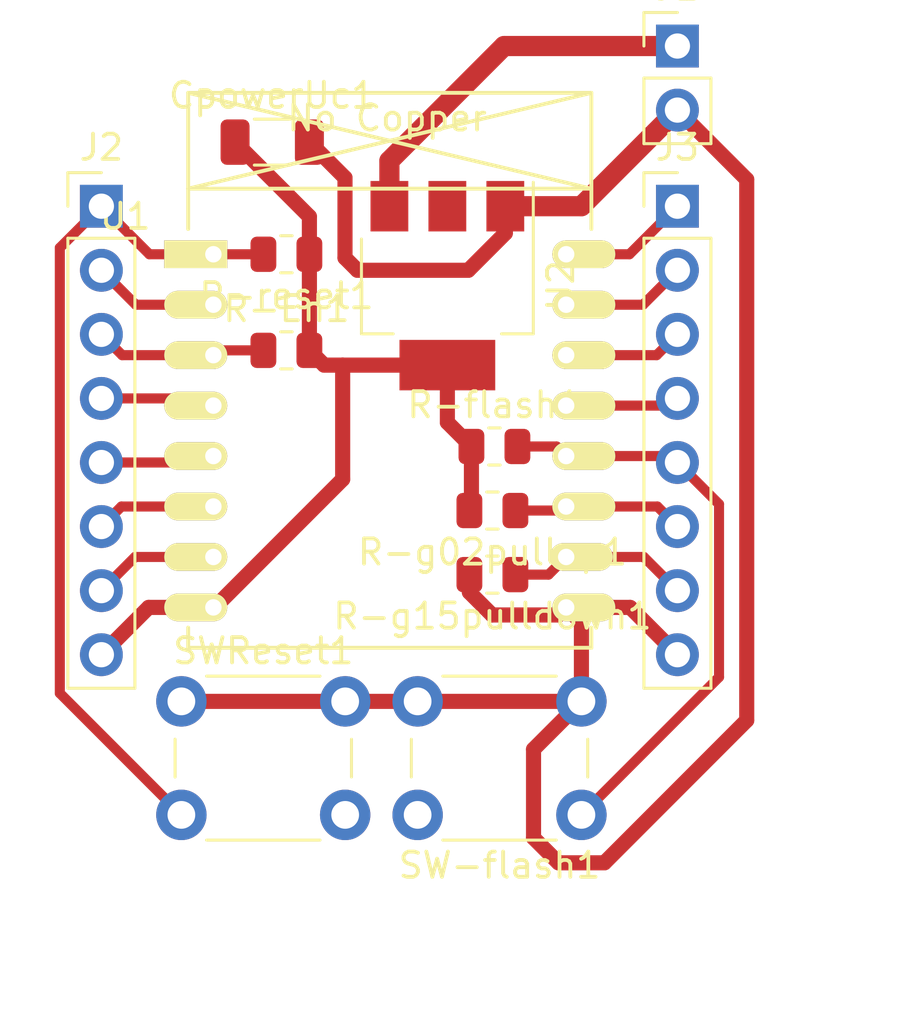
<source format=kicad_pcb>
(kicad_pcb (version 20171130) (host pcbnew 5.1.8-db9833491~88~ubuntu20.10.1)

  (general
    (thickness 1.6)
    (drawings 0)
    (tracks 86)
    (zones 0)
    (modules 13)
    (nets 18)
  )

  (page A4)
  (layers
    (0 F.Cu signal)
    (31 B.Cu signal)
    (32 B.Adhes user hide)
    (33 F.Adhes user hide)
    (34 B.Paste user hide)
    (35 F.Paste user hide)
    (36 B.SilkS user hide)
    (37 F.SilkS user hide)
    (38 B.Mask user hide)
    (39 F.Mask user hide)
    (40 Dwgs.User user hide)
    (41 Cmts.User user hide)
    (42 Eco1.User user hide)
    (43 Eco2.User user hide)
    (44 Edge.Cuts user hide)
    (45 Margin user hide)
    (46 B.CrtYd user hide)
    (47 F.CrtYd user)
    (48 B.Fab user hide)
    (49 F.Fab user)
  )

  (setup
    (last_trace_width 0.5)
    (user_trace_width 0.4)
    (user_trace_width 0.5)
    (user_trace_width 0.6)
    (user_trace_width 0.8)
    (trace_clearance 0.6)
    (zone_clearance 0.508)
    (zone_45_only no)
    (trace_min 0.2)
    (via_size 2)
    (via_drill 1)
    (via_min_size 0.4)
    (via_min_drill 0.3)
    (user_via 1 0.4)
    (user_via 2 1)
    (uvia_size 0.3)
    (uvia_drill 0.1)
    (uvias_allowed no)
    (uvia_min_size 0.2)
    (uvia_min_drill 0.1)
    (edge_width 0.05)
    (segment_width 0.2)
    (pcb_text_width 0.3)
    (pcb_text_size 1.5 1.5)
    (mod_edge_width 0.12)
    (mod_text_size 1 1)
    (mod_text_width 0.15)
    (pad_size 1.524 1.524)
    (pad_drill 0.762)
    (pad_to_mask_clearance 0)
    (aux_axis_origin 0 0)
    (visible_elements FFFBFF7F)
    (pcbplotparams
      (layerselection 0x010fc_ffffffff)
      (usegerberextensions false)
      (usegerberattributes true)
      (usegerberadvancedattributes true)
      (creategerberjobfile true)
      (excludeedgelayer true)
      (linewidth 0.100000)
      (plotframeref false)
      (viasonmask false)
      (mode 1)
      (useauxorigin false)
      (hpglpennumber 1)
      (hpglpenspeed 20)
      (hpglpendiameter 15.000000)
      (psnegative false)
      (psa4output false)
      (plotreference true)
      (plotvalue true)
      (plotinvisibletext false)
      (padsonsilk false)
      (subtractmaskfromsilk false)
      (outputformat 1)
      (mirror false)
      (drillshape 1)
      (scaleselection 1)
      (outputdirectory ""))
  )

  (net 0 "")
  (net 1 GND)
  (net 2 v3.3)
  (net 3 "Net-(J1-Pad1)")
  (net 4 "Net-(J2-Pad7)")
  (net 5 "Net-(J2-Pad6)")
  (net 6 "Net-(J2-Pad5)")
  (net 7 "Net-(J2-Pad4)")
  (net 8 "Net-(J2-Pad3)")
  (net 9 "Net-(J2-Pad2)")
  (net 10 "Net-(J2-Pad1)")
  (net 11 "Net-(J3-Pad7)")
  (net 12 "Net-(J3-Pad6)")
  (net 13 "Net-(J3-Pad5)")
  (net 14 "Net-(J3-Pad4)")
  (net 15 "Net-(J3-Pad3)")
  (net 16 "Net-(J3-Pad2)")
  (net 17 "Net-(J3-Pad1)")

  (net_class Default "This is the default net class."
    (clearance 0.6)
    (trace_width 0.5)
    (via_dia 2)
    (via_drill 1)
    (uvia_dia 0.3)
    (uvia_drill 0.1)
  )

  (net_class pcbmurahprecise ""
    (clearance 0.5)
    (trace_width 0.4)
    (via_dia 2)
    (via_drill 1)
    (uvia_dia 0.3)
    (uvia_drill 0.1)
    (add_net "Net-(J1-Pad1)")
    (add_net "Net-(J2-Pad1)")
    (add_net "Net-(J2-Pad2)")
    (add_net "Net-(J2-Pad3)")
    (add_net "Net-(J2-Pad4)")
    (add_net "Net-(J2-Pad5)")
    (add_net "Net-(J2-Pad6)")
    (add_net "Net-(J2-Pad7)")
    (add_net "Net-(J3-Pad1)")
    (add_net "Net-(J3-Pad2)")
    (add_net "Net-(J3-Pad3)")
    (add_net "Net-(J3-Pad4)")
    (add_net "Net-(J3-Pad5)")
    (add_net "Net-(J3-Pad6)")
    (add_net "Net-(J3-Pad7)")
  )

  (net_class power ""
    (clearance 0.6)
    (trace_width 0.6)
    (via_dia 2)
    (via_drill 1)
    (uvia_dia 0.3)
    (uvia_drill 0.1)
    (add_net GND)
    (add_net v3.3)
  )

  (module ESP8266:ESP-07v2 (layer F.Cu) (tedit 59068204) (tstamp 5FD969C7)
    (at 146.05 135.89)
    (descr "Module, ESP-8266, ESP-07v2, 16 pad, SMD")
    (tags "Module ESP-8266 ESP8266")
    (path /5FD9929C)
    (fp_text reference U1 (at -3.5 -1.5) (layer F.SilkS)
      (effects (font (size 1 1) (thickness 0.15)))
    )
    (fp_text value ESP-07v2 (at 1.27 -7.62) (layer F.Fab)
      (effects (font (size 1 1) (thickness 0.15)))
    )
    (fp_line (start -1 -6.4) (end 15 -6.4) (layer F.Fab) (width 0.05))
    (fp_line (start -1.008 15.6) (end -1.008 -6.4) (layer F.Fab) (width 0.05))
    (fp_line (start 15 15.6) (end -1 15.6) (layer F.Fab) (width 0.05))
    (fp_line (start 15 -6.4) (end 15 15.6) (layer F.Fab) (width 0.05))
    (fp_line (start -1.008 -2.6) (end 14.992 -2.6) (layer F.SilkS) (width 0.1524))
    (fp_line (start -1 -6.4) (end 15 -2.6) (layer F.SilkS) (width 0.1524))
    (fp_line (start 15 -6.4) (end -1 -2.6) (layer F.SilkS) (width 0.1524))
    (fp_line (start 15 15.6) (end 15 14.8) (layer F.SilkS) (width 0.1524))
    (fp_line (start -1 15.6) (end 15 15.6) (layer F.SilkS) (width 0.1524))
    (fp_line (start -1 14.8) (end -1 15.6) (layer F.SilkS) (width 0.1524))
    (fp_line (start -1 -6.4) (end -1 -1) (layer F.SilkS) (width 0.1524))
    (fp_line (start 15 -6.4) (end 15 -1) (layer F.SilkS) (width 0.1524))
    (fp_line (start -1 -6.4) (end 15 -6.4) (layer F.SilkS) (width 0.1524))
    (fp_line (start -2.25 16) (end -2.25 -0.5) (layer F.CrtYd) (width 0.05))
    (fp_line (start 16.25 16) (end -2.25 16) (layer F.CrtYd) (width 0.05))
    (fp_line (start 16.25 -6.65) (end 16.25 16) (layer F.CrtYd) (width 0.05))
    (fp_line (start -2.25 -6.65) (end 16.25 -6.65) (layer F.CrtYd) (width 0.05))
    (fp_line (start -2.25 -0.5) (end -2.25 -6.65) (layer F.CrtYd) (width 0.05))
    (fp_text user "No Copper" (at 6.892 -5.4) (layer F.SilkS)
      (effects (font (size 1 1) (thickness 0.15)))
    )
    (pad 16 thru_hole oval (at 14 0) (size 2.5 1.1) (drill 0.65 (offset 0.7 0)) (layers *.Cu *.Mask F.Paste F.SilkS)
      (net 17 "Net-(J3-Pad1)"))
    (pad 15 thru_hole oval (at 14 2) (size 2.5 1.1) (drill 0.65 (offset 0.7 0)) (layers *.Cu *.Mask F.Paste F.SilkS)
      (net 16 "Net-(J3-Pad2)"))
    (pad 14 thru_hole oval (at 14 4) (size 2.5 1.1) (drill 0.65 (offset 0.7 0)) (layers *.Cu *.Mask F.Paste F.SilkS)
      (net 15 "Net-(J3-Pad3)"))
    (pad 13 thru_hole oval (at 14 6) (size 2.5 1.1) (drill 0.65 (offset 0.7 0)) (layers *.Cu *.Mask F.Paste F.SilkS)
      (net 14 "Net-(J3-Pad4)"))
    (pad 12 thru_hole oval (at 14 8) (size 2.5 1.1) (drill 0.65 (offset 0.7 0)) (layers *.Cu *.Mask F.Paste F.SilkS)
      (net 13 "Net-(J3-Pad5)"))
    (pad 11 thru_hole oval (at 14 10) (size 2.5 1.1) (drill 0.65 (offset 0.7 0)) (layers *.Cu *.Mask F.Paste F.SilkS)
      (net 12 "Net-(J3-Pad6)"))
    (pad 10 thru_hole oval (at 14 12) (size 2.5 1.1) (drill 0.65 (offset 0.6 0)) (layers *.Cu *.Mask F.Paste F.SilkS)
      (net 11 "Net-(J3-Pad7)"))
    (pad 9 thru_hole oval (at 14 14) (size 2.5 1.1) (drill 0.65 (offset 0.7 0)) (layers *.Cu *.Mask F.Paste F.SilkS)
      (net 1 GND))
    (pad 8 thru_hole oval (at 0 14) (size 2.5 1.1) (drill 0.65 (offset -0.7 0)) (layers *.Cu *.Mask F.Paste F.SilkS)
      (net 2 v3.3))
    (pad 7 thru_hole oval (at 0 12) (size 2.5 1.1) (drill 0.65 (offset -0.7 0)) (layers *.Cu *.Mask F.Paste F.SilkS)
      (net 4 "Net-(J2-Pad7)"))
    (pad 6 thru_hole oval (at 0 10) (size 2.5 1.1) (drill 0.65 (offset -0.7 0)) (layers *.Cu *.Mask F.Paste F.SilkS)
      (net 5 "Net-(J2-Pad6)"))
    (pad 5 thru_hole oval (at 0 8) (size 2.5 1.1) (drill 0.65 (offset -0.7 0)) (layers *.Cu *.Mask F.Paste F.SilkS)
      (net 6 "Net-(J2-Pad5)"))
    (pad 4 thru_hole oval (at 0 6) (size 2.5 1.1) (drill 0.65 (offset -0.7 0)) (layers *.Cu *.Mask F.Paste F.SilkS)
      (net 7 "Net-(J2-Pad4)"))
    (pad 3 thru_hole oval (at 0 4) (size 2.5 1.1) (drill 0.65 (offset -0.7 0)) (layers *.Cu *.Mask F.Paste F.SilkS)
      (net 8 "Net-(J2-Pad3)"))
    (pad 2 thru_hole oval (at 0 2) (size 2.5 1.1) (drill 0.65 (offset -0.7 0)) (layers *.Cu *.Mask F.Paste F.SilkS)
      (net 9 "Net-(J2-Pad2)"))
    (pad 1 thru_hole rect (at 0 0) (size 2.5 1.1) (drill 0.65 (offset -0.7 0)) (layers *.Cu *.Mask F.Paste F.SilkS)
      (net 10 "Net-(J2-Pad1)"))
    (model ${ESPLIB}/ESP8266.3dshapes/ESP-07v2.wrl
      (at (xyz 0 0 0))
      (scale (xyz 0.3937 0.3937 0.3937))
      (rotate (xyz 0 0 0))
    )
  )

  (module Connector_PinHeader_2.54mm:PinHeader_1x08_P2.54mm_Vertical (layer F.Cu) (tedit 59FED5CC) (tstamp 5FD7F2FB)
    (at 141.605 133.985)
    (descr "Through hole straight pin header, 1x08, 2.54mm pitch, single row")
    (tags "Through hole pin header THT 1x08 2.54mm single row")
    (path /5FD86174)
    (fp_text reference J2 (at 0 -2.33) (layer F.SilkS)
      (effects (font (size 1 1) (thickness 0.15)))
    )
    (fp_text value " " (at -3.175 15.875 90) (layer F.Fab)
      (effects (font (size 1 1) (thickness 0.15)))
    )
    (fp_line (start 1.8 -1.8) (end -1.8 -1.8) (layer F.CrtYd) (width 0.05))
    (fp_line (start 1.8 19.55) (end 1.8 -1.8) (layer F.CrtYd) (width 0.05))
    (fp_line (start -1.8 19.55) (end 1.8 19.55) (layer F.CrtYd) (width 0.05))
    (fp_line (start -1.8 -1.8) (end -1.8 19.55) (layer F.CrtYd) (width 0.05))
    (fp_line (start -1.33 -1.33) (end 0 -1.33) (layer F.SilkS) (width 0.12))
    (fp_line (start -1.33 0) (end -1.33 -1.33) (layer F.SilkS) (width 0.12))
    (fp_line (start -1.33 1.27) (end 1.33 1.27) (layer F.SilkS) (width 0.12))
    (fp_line (start 1.33 1.27) (end 1.33 19.11) (layer F.SilkS) (width 0.12))
    (fp_line (start -1.33 1.27) (end -1.33 19.11) (layer F.SilkS) (width 0.12))
    (fp_line (start -1.33 19.11) (end 1.33 19.11) (layer F.SilkS) (width 0.12))
    (fp_line (start -1.27 -0.635) (end -0.635 -1.27) (layer F.Fab) (width 0.1))
    (fp_line (start -1.27 19.05) (end -1.27 -0.635) (layer F.Fab) (width 0.1))
    (fp_line (start 1.27 19.05) (end -1.27 19.05) (layer F.Fab) (width 0.1))
    (fp_line (start 1.27 -1.27) (end 1.27 19.05) (layer F.Fab) (width 0.1))
    (fp_line (start -0.635 -1.27) (end 1.27 -1.27) (layer F.Fab) (width 0.1))
    (fp_text user %R (at 0 8.89 90) (layer F.Fab)
      (effects (font (size 1 1) (thickness 0.15)))
    )
    (pad 8 thru_hole oval (at 0 17.78) (size 1.7 1.7) (drill 1) (layers *.Cu *.Mask)
      (net 2 v3.3))
    (pad 7 thru_hole oval (at 0 15.24) (size 1.7 1.7) (drill 1) (layers *.Cu *.Mask)
      (net 4 "Net-(J2-Pad7)"))
    (pad 6 thru_hole oval (at 0 12.7) (size 1.7 1.7) (drill 1) (layers *.Cu *.Mask)
      (net 5 "Net-(J2-Pad6)"))
    (pad 5 thru_hole oval (at 0 10.16) (size 1.7 1.7) (drill 1) (layers *.Cu *.Mask)
      (net 6 "Net-(J2-Pad5)"))
    (pad 4 thru_hole oval (at 0 7.62) (size 1.7 1.7) (drill 1) (layers *.Cu *.Mask)
      (net 7 "Net-(J2-Pad4)"))
    (pad 3 thru_hole oval (at 0 5.08) (size 1.7 1.7) (drill 1) (layers *.Cu *.Mask)
      (net 8 "Net-(J2-Pad3)"))
    (pad 2 thru_hole oval (at 0 2.54) (size 1.7 1.7) (drill 1) (layers *.Cu *.Mask)
      (net 9 "Net-(J2-Pad2)"))
    (pad 1 thru_hole rect (at 0 0) (size 1.7 1.7) (drill 1) (layers *.Cu *.Mask)
      (net 10 "Net-(J2-Pad1)"))
    (model ${KISYS3DMOD}/Connector_PinHeader_2.54mm.3dshapes/PinHeader_1x08_P2.54mm_Vertical.wrl
      (at (xyz 0 0 0))
      (scale (xyz 1 1 1))
      (rotate (xyz 0 0 0))
    )
  )

  (module Button_Switch_THT:SW_PUSH_6mm (layer F.Cu) (tedit 5A02FE31) (tstamp 5FD7BB88)
    (at 144.78 153.615)
    (descr https://www.omron.com/ecb/products/pdf/en-b3f.pdf)
    (tags "tact sw push 6mm")
    (path /5FD7C06A)
    (fp_text reference SWReset1 (at 3.25 -2) (layer F.SilkS)
      (effects (font (size 1 1) (thickness 0.15)))
    )
    (fp_text value SWReset (at 1.905 9.58 -90) (layer F.Fab)
      (effects (font (size 1 1) (thickness 0.15)))
    )
    (fp_circle (center 3.25 2.25) (end 1.25 2.5) (layer F.Fab) (width 0.1))
    (fp_line (start 6.75 3) (end 6.75 1.5) (layer F.SilkS) (width 0.12))
    (fp_line (start 5.5 -1) (end 1 -1) (layer F.SilkS) (width 0.12))
    (fp_line (start -0.25 1.5) (end -0.25 3) (layer F.SilkS) (width 0.12))
    (fp_line (start 1 5.5) (end 5.5 5.5) (layer F.SilkS) (width 0.12))
    (fp_line (start 8 -1.25) (end 8 5.75) (layer F.CrtYd) (width 0.05))
    (fp_line (start 7.75 6) (end -1.25 6) (layer F.CrtYd) (width 0.05))
    (fp_line (start -1.5 5.75) (end -1.5 -1.25) (layer F.CrtYd) (width 0.05))
    (fp_line (start -1.25 -1.5) (end 7.75 -1.5) (layer F.CrtYd) (width 0.05))
    (fp_line (start -1.5 6) (end -1.25 6) (layer F.CrtYd) (width 0.05))
    (fp_line (start -1.5 5.75) (end -1.5 6) (layer F.CrtYd) (width 0.05))
    (fp_line (start -1.5 -1.5) (end -1.25 -1.5) (layer F.CrtYd) (width 0.05))
    (fp_line (start -1.5 -1.25) (end -1.5 -1.5) (layer F.CrtYd) (width 0.05))
    (fp_line (start 8 -1.5) (end 8 -1.25) (layer F.CrtYd) (width 0.05))
    (fp_line (start 7.75 -1.5) (end 8 -1.5) (layer F.CrtYd) (width 0.05))
    (fp_line (start 8 6) (end 8 5.75) (layer F.CrtYd) (width 0.05))
    (fp_line (start 7.75 6) (end 8 6) (layer F.CrtYd) (width 0.05))
    (fp_line (start 0.25 -0.75) (end 3.25 -0.75) (layer F.Fab) (width 0.1))
    (fp_line (start 0.25 5.25) (end 0.25 -0.75) (layer F.Fab) (width 0.1))
    (fp_line (start 6.25 5.25) (end 0.25 5.25) (layer F.Fab) (width 0.1))
    (fp_line (start 6.25 -0.75) (end 6.25 5.25) (layer F.Fab) (width 0.1))
    (fp_line (start 3.25 -0.75) (end 6.25 -0.75) (layer F.Fab) (width 0.1))
    (fp_text user %R (at 3.25 2.25) (layer F.Fab)
      (effects (font (size 1 1) (thickness 0.15)))
    )
    (pad 1 thru_hole circle (at 6.5 0 90) (size 2 2) (drill 1.1) (layers *.Cu *.Mask)
      (net 1 GND))
    (pad 2 thru_hole circle (at 6.5 4.5 90) (size 2 2) (drill 1.1) (layers *.Cu *.Mask)
      (net 10 "Net-(J2-Pad1)"))
    (pad 1 thru_hole circle (at 0 0 90) (size 2 2) (drill 1.1) (layers *.Cu *.Mask)
      (net 1 GND))
    (pad 2 thru_hole circle (at 0 4.5 90) (size 2 2) (drill 1.1) (layers *.Cu *.Mask)
      (net 10 "Net-(J2-Pad1)"))
    (model ${KISYS3DMOD}/Button_Switch_THT.3dshapes/SW_PUSH_6mm.wrl
      (at (xyz 0 0 0))
      (scale (xyz 1 1 1))
      (rotate (xyz 0 0 0))
    )
  )

  (module Button_Switch_THT:SW_PUSH_6mm (layer F.Cu) (tedit 5A02FE31) (tstamp 5FD7CA0E)
    (at 160.655 158.115 180)
    (descr https://www.omron.com/ecb/products/pdf/en-b3f.pdf)
    (tags "tact sw push 6mm")
    (path /5FD81357)
    (fp_text reference SW-flash1 (at 3.25 -2) (layer F.SilkS)
      (effects (font (size 1 1) (thickness 0.15)))
    )
    (fp_text value SWflash (at -1.905 -4.445 270) (layer F.Fab)
      (effects (font (size 1 1) (thickness 0.15)))
    )
    (fp_circle (center 3.25 2.25) (end 1.25 2.5) (layer F.Fab) (width 0.1))
    (fp_line (start 6.75 3) (end 6.75 1.5) (layer F.SilkS) (width 0.12))
    (fp_line (start 5.5 -1) (end 1 -1) (layer F.SilkS) (width 0.12))
    (fp_line (start -0.25 1.5) (end -0.25 3) (layer F.SilkS) (width 0.12))
    (fp_line (start 1 5.5) (end 5.5 5.5) (layer F.SilkS) (width 0.12))
    (fp_line (start 8 -1.25) (end 8 5.75) (layer F.CrtYd) (width 0.05))
    (fp_line (start 7.75 6) (end -1.25 6) (layer F.CrtYd) (width 0.05))
    (fp_line (start -1.5 5.75) (end -1.5 -1.25) (layer F.CrtYd) (width 0.05))
    (fp_line (start -1.25 -1.5) (end 7.75 -1.5) (layer F.CrtYd) (width 0.05))
    (fp_line (start -1.5 6) (end -1.25 6) (layer F.CrtYd) (width 0.05))
    (fp_line (start -1.5 5.75) (end -1.5 6) (layer F.CrtYd) (width 0.05))
    (fp_line (start -1.5 -1.5) (end -1.25 -1.5) (layer F.CrtYd) (width 0.05))
    (fp_line (start -1.5 -1.25) (end -1.5 -1.5) (layer F.CrtYd) (width 0.05))
    (fp_line (start 8 -1.5) (end 8 -1.25) (layer F.CrtYd) (width 0.05))
    (fp_line (start 7.75 -1.5) (end 8 -1.5) (layer F.CrtYd) (width 0.05))
    (fp_line (start 8 6) (end 8 5.75) (layer F.CrtYd) (width 0.05))
    (fp_line (start 7.75 6) (end 8 6) (layer F.CrtYd) (width 0.05))
    (fp_line (start 0.25 -0.75) (end 3.25 -0.75) (layer F.Fab) (width 0.1))
    (fp_line (start 0.25 5.25) (end 0.25 -0.75) (layer F.Fab) (width 0.1))
    (fp_line (start 6.25 5.25) (end 0.25 5.25) (layer F.Fab) (width 0.1))
    (fp_line (start 6.25 -0.75) (end 6.25 5.25) (layer F.Fab) (width 0.1))
    (fp_line (start 3.25 -0.75) (end 6.25 -0.75) (layer F.Fab) (width 0.1))
    (fp_text user %R (at 3.25 2.25) (layer F.Fab)
      (effects (font (size 1 1) (thickness 0.15)))
    )
    (pad 1 thru_hole circle (at 6.5 0 270) (size 2 2) (drill 1.1) (layers *.Cu *.Mask)
      (net 13 "Net-(J3-Pad5)"))
    (pad 2 thru_hole circle (at 6.5 4.5 270) (size 2 2) (drill 1.1) (layers *.Cu *.Mask)
      (net 1 GND))
    (pad 1 thru_hole circle (at 0 0 270) (size 2 2) (drill 1.1) (layers *.Cu *.Mask)
      (net 13 "Net-(J3-Pad5)"))
    (pad 2 thru_hole circle (at 0 4.5 270) (size 2 2) (drill 1.1) (layers *.Cu *.Mask)
      (net 1 GND))
    (model ${KISYS3DMOD}/Button_Switch_THT.3dshapes/SW_PUSH_6mm.wrl
      (at (xyz 0 0 0))
      (scale (xyz 1 1 1))
      (rotate (xyz 0 0 0))
    )
  )

  (module Connector_PinHeader_2.54mm:PinHeader_1x08_P2.54mm_Vertical (layer F.Cu) (tedit 59FED5CC) (tstamp 5FD7F317)
    (at 164.465 133.985)
    (descr "Through hole straight pin header, 1x08, 2.54mm pitch, single row")
    (tags "Through hole pin header THT 1x08 2.54mm single row")
    (path /5FD86EB6)
    (fp_text reference J3 (at 0 -2.33) (layer F.SilkS)
      (effects (font (size 1 1) (thickness 0.15)))
    )
    (fp_text value " " (at 8.255 20.32) (layer F.Fab)
      (effects (font (size 1 1) (thickness 0.15)))
    )
    (fp_line (start 1.8 -1.8) (end -1.8 -1.8) (layer F.CrtYd) (width 0.05))
    (fp_line (start 1.8 19.55) (end 1.8 -1.8) (layer F.CrtYd) (width 0.05))
    (fp_line (start -1.8 19.55) (end 1.8 19.55) (layer F.CrtYd) (width 0.05))
    (fp_line (start -1.8 -1.8) (end -1.8 19.55) (layer F.CrtYd) (width 0.05))
    (fp_line (start -1.33 -1.33) (end 0 -1.33) (layer F.SilkS) (width 0.12))
    (fp_line (start -1.33 0) (end -1.33 -1.33) (layer F.SilkS) (width 0.12))
    (fp_line (start -1.33 1.27) (end 1.33 1.27) (layer F.SilkS) (width 0.12))
    (fp_line (start 1.33 1.27) (end 1.33 19.11) (layer F.SilkS) (width 0.12))
    (fp_line (start -1.33 1.27) (end -1.33 19.11) (layer F.SilkS) (width 0.12))
    (fp_line (start -1.33 19.11) (end 1.33 19.11) (layer F.SilkS) (width 0.12))
    (fp_line (start -1.27 -0.635) (end -0.635 -1.27) (layer F.Fab) (width 0.1))
    (fp_line (start -1.27 19.05) (end -1.27 -0.635) (layer F.Fab) (width 0.1))
    (fp_line (start 1.27 19.05) (end -1.27 19.05) (layer F.Fab) (width 0.1))
    (fp_line (start 1.27 -1.27) (end 1.27 19.05) (layer F.Fab) (width 0.1))
    (fp_line (start -0.635 -1.27) (end 1.27 -1.27) (layer F.Fab) (width 0.1))
    (fp_text user %R (at 0 8.89 90) (layer F.Fab)
      (effects (font (size 1 1) (thickness 0.15)))
    )
    (pad 8 thru_hole oval (at 0 17.78) (size 1.7 1.7) (drill 1) (layers *.Cu *.Mask)
      (net 1 GND))
    (pad 7 thru_hole oval (at 0 15.24) (size 1.7 1.7) (drill 1) (layers *.Cu *.Mask)
      (net 11 "Net-(J3-Pad7)"))
    (pad 6 thru_hole oval (at 0 12.7) (size 1.7 1.7) (drill 1) (layers *.Cu *.Mask)
      (net 12 "Net-(J3-Pad6)"))
    (pad 5 thru_hole oval (at 0 10.16) (size 1.7 1.7) (drill 1) (layers *.Cu *.Mask)
      (net 13 "Net-(J3-Pad5)"))
    (pad 4 thru_hole oval (at 0 7.62) (size 1.7 1.7) (drill 1) (layers *.Cu *.Mask)
      (net 14 "Net-(J3-Pad4)"))
    (pad 3 thru_hole oval (at 0 5.08) (size 1.7 1.7) (drill 1) (layers *.Cu *.Mask)
      (net 15 "Net-(J3-Pad3)"))
    (pad 2 thru_hole oval (at 0 2.54) (size 1.7 1.7) (drill 1) (layers *.Cu *.Mask)
      (net 16 "Net-(J3-Pad2)"))
    (pad 1 thru_hole rect (at 0 0) (size 1.7 1.7) (drill 1) (layers *.Cu *.Mask)
      (net 17 "Net-(J3-Pad1)"))
    (model ${KISYS3DMOD}/Connector_PinHeader_2.54mm.3dshapes/PinHeader_1x08_P2.54mm_Vertical.wrl
      (at (xyz 0 0 0))
      (scale (xyz 1 1 1))
      (rotate (xyz 0 0 0))
    )
  )

  (module Connector_PinHeader_2.54mm:PinHeader_1x02_P2.54mm_Vertical (layer F.Cu) (tedit 59FED5CC) (tstamp 5FD863F6)
    (at 164.465 127.635)
    (descr "Through hole straight pin header, 1x02, 2.54mm pitch, single row")
    (tags "Through hole pin header THT 1x02 2.54mm single row")
    (path /5FD7F310)
    (fp_text reference J1 (at 0 -2.33) (layer F.SilkS)
      (effects (font (size 1 1) (thickness 0.15)))
    )
    (fp_text value Conn_01x02_Female (at 2.54 6.35) (layer F.Fab) hide
      (effects (font (size 1 1) (thickness 0.15)))
    )
    (fp_line (start 1.8 -1.8) (end -1.8 -1.8) (layer F.CrtYd) (width 0.05))
    (fp_line (start 1.8 4.35) (end 1.8 -1.8) (layer F.CrtYd) (width 0.05))
    (fp_line (start -1.8 4.35) (end 1.8 4.35) (layer F.CrtYd) (width 0.05))
    (fp_line (start -1.8 -1.8) (end -1.8 4.35) (layer F.CrtYd) (width 0.05))
    (fp_line (start -1.33 -1.33) (end 0 -1.33) (layer F.SilkS) (width 0.12))
    (fp_line (start -1.33 0) (end -1.33 -1.33) (layer F.SilkS) (width 0.12))
    (fp_line (start -1.33 1.27) (end 1.33 1.27) (layer F.SilkS) (width 0.12))
    (fp_line (start 1.33 1.27) (end 1.33 3.87) (layer F.SilkS) (width 0.12))
    (fp_line (start -1.33 1.27) (end -1.33 3.87) (layer F.SilkS) (width 0.12))
    (fp_line (start -1.33 3.87) (end 1.33 3.87) (layer F.SilkS) (width 0.12))
    (fp_line (start -1.27 -0.635) (end -0.635 -1.27) (layer F.Fab) (width 0.1))
    (fp_line (start -1.27 3.81) (end -1.27 -0.635) (layer F.Fab) (width 0.1))
    (fp_line (start 1.27 3.81) (end -1.27 3.81) (layer F.Fab) (width 0.1))
    (fp_line (start 1.27 -1.27) (end 1.27 3.81) (layer F.Fab) (width 0.1))
    (fp_line (start -0.635 -1.27) (end 1.27 -1.27) (layer F.Fab) (width 0.1))
    (fp_text user %R (at 0 1.27 -270) (layer F.Fab)
      (effects (font (size 1 1) (thickness 0.15)))
    )
    (pad 2 thru_hole oval (at 0 2.54) (size 1.7 1.7) (drill 1) (layers *.Cu *.Mask)
      (net 1 GND))
    (pad 1 thru_hole rect (at 0 0) (size 1.7 1.7) (drill 1) (layers *.Cu *.Mask)
      (net 3 "Net-(J1-Pad1)"))
    (model ${KISYS3DMOD}/Connector_PinHeader_2.54mm.3dshapes/PinHeader_1x02_P2.54mm_Vertical.wrl
      (at (xyz 0 0 0))
      (scale (xyz 1 1 1))
      (rotate (xyz 0 0 0))
    )
  )

  (module Package_TO_SOT_SMD:SOT-223-3_TabPin2 (layer F.Cu) (tedit 5A02FF57) (tstamp 5FD7BC04)
    (at 155.335 137.135 270)
    (descr "module CMS SOT223 4 pins")
    (tags "CMS SOT")
    (path /5FD6F152)
    (attr smd)
    (fp_text reference U2 (at 0 -4.5 90) (layer F.SilkS)
      (effects (font (size 1 1) (thickness 0.15)))
    )
    (fp_text value AMS1117-3.3 (at -8.865 -2.78 180) (layer F.Fab)
      (effects (font (size 1 1) (thickness 0.15)))
    )
    (fp_line (start 1.91 3.41) (end 1.91 2.15) (layer F.SilkS) (width 0.12))
    (fp_line (start 1.91 -3.41) (end 1.91 -2.15) (layer F.SilkS) (width 0.12))
    (fp_line (start 4.4 -3.6) (end -4.4 -3.6) (layer F.CrtYd) (width 0.05))
    (fp_line (start 4.4 3.6) (end 4.4 -3.6) (layer F.CrtYd) (width 0.05))
    (fp_line (start -4.4 3.6) (end 4.4 3.6) (layer F.CrtYd) (width 0.05))
    (fp_line (start -4.4 -3.6) (end -4.4 3.6) (layer F.CrtYd) (width 0.05))
    (fp_line (start -1.85 -2.35) (end -0.85 -3.35) (layer F.Fab) (width 0.1))
    (fp_line (start -1.85 -2.35) (end -1.85 3.35) (layer F.Fab) (width 0.1))
    (fp_line (start -1.85 3.41) (end 1.91 3.41) (layer F.SilkS) (width 0.12))
    (fp_line (start -0.85 -3.35) (end 1.85 -3.35) (layer F.Fab) (width 0.1))
    (fp_line (start -4.1 -3.41) (end 1.91 -3.41) (layer F.SilkS) (width 0.12))
    (fp_line (start -1.85 3.35) (end 1.85 3.35) (layer F.Fab) (width 0.1))
    (fp_line (start 1.85 -3.35) (end 1.85 3.35) (layer F.Fab) (width 0.1))
    (fp_text user %R (at 0 0) (layer F.Fab)
      (effects (font (size 0.8 0.8) (thickness 0.12)))
    )
    (pad 1 smd rect (at -3.15 -2.3 270) (size 2 1.5) (layers F.Cu F.Paste F.Mask)
      (net 1 GND))
    (pad 3 smd rect (at -3.15 2.3 270) (size 2 1.5) (layers F.Cu F.Paste F.Mask)
      (net 3 "Net-(J1-Pad1)"))
    (pad 2 smd rect (at -3.15 0 270) (size 2 1.5) (layers F.Cu F.Paste F.Mask)
      (net 2 v3.3))
    (pad 2 smd rect (at 3.15 0 270) (size 2 3.8) (layers F.Cu F.Paste F.Mask)
      (net 2 v3.3))
    (model ${KISYS3DMOD}/Package_TO_SOT_SMD.3dshapes/SOT-223.wrl
      (at (xyz 0 0 0))
      (scale (xyz 1 1 1))
      (rotate (xyz 0 0 0))
    )
  )

  (module Resistor_SMD:R_0805_2012Metric (layer F.Cu) (tedit 5F68FEEE) (tstamp 5FD7BB70)
    (at 148.9475 135.89 180)
    (descr "Resistor SMD 0805 (2012 Metric), square (rectangular) end terminal, IPC_7351 nominal, (Body size source: IPC-SM-782 page 72, https://www.pcb-3d.com/wordpress/wp-content/uploads/ipc-sm-782a_amendment_1_and_2.pdf), generated with kicad-footprint-generator")
    (tags resistor)
    (path /5FD723C5)
    (attr smd)
    (fp_text reference R-reset1 (at 0 -1.65) (layer F.SilkS)
      (effects (font (size 1 1) (thickness 0.15)))
    )
    (fp_text value R10k (at 0 1.65) (layer F.Fab)
      (effects (font (size 1 1) (thickness 0.15)))
    )
    (fp_line (start -1 0.625) (end -1 -0.625) (layer F.Fab) (width 0.1))
    (fp_line (start -1 -0.625) (end 1 -0.625) (layer F.Fab) (width 0.1))
    (fp_line (start 1 -0.625) (end 1 0.625) (layer F.Fab) (width 0.1))
    (fp_line (start 1 0.625) (end -1 0.625) (layer F.Fab) (width 0.1))
    (fp_line (start -0.227064 -0.735) (end 0.227064 -0.735) (layer F.SilkS) (width 0.12))
    (fp_line (start -0.227064 0.735) (end 0.227064 0.735) (layer F.SilkS) (width 0.12))
    (fp_line (start -1.68 0.95) (end -1.68 -0.95) (layer F.CrtYd) (width 0.05))
    (fp_line (start -1.68 -0.95) (end 1.68 -0.95) (layer F.CrtYd) (width 0.05))
    (fp_line (start 1.68 -0.95) (end 1.68 0.95) (layer F.CrtYd) (width 0.05))
    (fp_line (start 1.68 0.95) (end -1.68 0.95) (layer F.CrtYd) (width 0.05))
    (fp_text user %R (at 0 0) (layer F.Fab)
      (effects (font (size 0.5 0.5) (thickness 0.08)))
    )
    (pad 2 smd roundrect (at 0.9125 0 180) (size 1.025 1.4) (layers F.Cu F.Paste F.Mask) (roundrect_rratio 0.243902)
      (net 10 "Net-(J2-Pad1)"))
    (pad 1 smd roundrect (at -0.9125 0 180) (size 1.025 1.4) (layers F.Cu F.Paste F.Mask) (roundrect_rratio 0.243902)
      (net 2 v3.3))
    (model ${KISYS3DMOD}/Resistor_SMD.3dshapes/R_0805_2012Metric.wrl
      (at (xyz 0 0 0))
      (scale (xyz 1 1 1))
      (rotate (xyz 0 0 0))
    )
  )

  (module Resistor_SMD:R_0805_2012Metric (layer F.Cu) (tedit 5F68FEEE) (tstamp 5FD7BB5F)
    (at 157.1225 148.59 180)
    (descr "Resistor SMD 0805 (2012 Metric), square (rectangular) end terminal, IPC_7351 nominal, (Body size source: IPC-SM-782 page 72, https://www.pcb-3d.com/wordpress/wp-content/uploads/ipc-sm-782a_amendment_1_and_2.pdf), generated with kicad-footprint-generator")
    (tags resistor)
    (path /5FD90900)
    (attr smd)
    (fp_text reference R-g15pulldown1 (at 0 -1.65) (layer F.SilkS)
      (effects (font (size 1 1) (thickness 0.15)))
    )
    (fp_text value 10k (at -0.3575 0) (layer F.Fab)
      (effects (font (size 1 1) (thickness 0.15)))
    )
    (fp_line (start -1 0.625) (end -1 -0.625) (layer F.Fab) (width 0.1))
    (fp_line (start -1 -0.625) (end 1 -0.625) (layer F.Fab) (width 0.1))
    (fp_line (start 1 -0.625) (end 1 0.625) (layer F.Fab) (width 0.1))
    (fp_line (start 1 0.625) (end -1 0.625) (layer F.Fab) (width 0.1))
    (fp_line (start -0.227064 -0.735) (end 0.227064 -0.735) (layer F.SilkS) (width 0.12))
    (fp_line (start -0.227064 0.735) (end 0.227064 0.735) (layer F.SilkS) (width 0.12))
    (fp_line (start -1.68 0.95) (end -1.68 -0.95) (layer F.CrtYd) (width 0.05))
    (fp_line (start -1.68 -0.95) (end 1.68 -0.95) (layer F.CrtYd) (width 0.05))
    (fp_line (start 1.68 -0.95) (end 1.68 0.95) (layer F.CrtYd) (width 0.05))
    (fp_line (start 1.68 0.95) (end -1.68 0.95) (layer F.CrtYd) (width 0.05))
    (fp_text user %R (at 8.255 0) (layer F.Fab)
      (effects (font (size 0.5 0.5) (thickness 0.08)))
    )
    (pad 2 smd roundrect (at 0.9125 0 180) (size 1.025 1.4) (layers F.Cu F.Paste F.Mask) (roundrect_rratio 0.243902)
      (net 1 GND))
    (pad 1 smd roundrect (at -0.9125 0 180) (size 1.025 1.4) (layers F.Cu F.Paste F.Mask) (roundrect_rratio 0.243902)
      (net 11 "Net-(J3-Pad7)"))
    (model ${KISYS3DMOD}/Resistor_SMD.3dshapes/R_0805_2012Metric.wrl
      (at (xyz 0 0 0))
      (scale (xyz 1 1 1))
      (rotate (xyz 0 0 0))
    )
  )

  (module Resistor_SMD:R_0805_2012Metric (layer F.Cu) (tedit 5F68FEEE) (tstamp 5FD7BB4E)
    (at 157.1225 146.05 180)
    (descr "Resistor SMD 0805 (2012 Metric), square (rectangular) end terminal, IPC_7351 nominal, (Body size source: IPC-SM-782 page 72, https://www.pcb-3d.com/wordpress/wp-content/uploads/ipc-sm-782a_amendment_1_and_2.pdf), generated with kicad-footprint-generator")
    (tags resistor)
    (path /5FD91411)
    (attr smd)
    (fp_text reference R-g02pullup1 (at 0 -1.65) (layer F.SilkS)
      (effects (font (size 1 1) (thickness 0.15)))
    )
    (fp_text value 10k (at 3.175 0) (layer F.Fab)
      (effects (font (size 1 1) (thickness 0.15)))
    )
    (fp_line (start -1 0.625) (end -1 -0.625) (layer F.Fab) (width 0.1))
    (fp_line (start -1 -0.625) (end 1 -0.625) (layer F.Fab) (width 0.1))
    (fp_line (start 1 -0.625) (end 1 0.625) (layer F.Fab) (width 0.1))
    (fp_line (start 1 0.625) (end -1 0.625) (layer F.Fab) (width 0.1))
    (fp_line (start -0.227064 -0.735) (end 0.227064 -0.735) (layer F.SilkS) (width 0.12))
    (fp_line (start -0.227064 0.735) (end 0.227064 0.735) (layer F.SilkS) (width 0.12))
    (fp_line (start -1.68 0.95) (end -1.68 -0.95) (layer F.CrtYd) (width 0.05))
    (fp_line (start -1.68 -0.95) (end 1.68 -0.95) (layer F.CrtYd) (width 0.05))
    (fp_line (start 1.68 -0.95) (end 1.68 0.95) (layer F.CrtYd) (width 0.05))
    (fp_line (start 1.68 0.95) (end -1.68 0.95) (layer F.CrtYd) (width 0.05))
    (fp_text user %R (at 7.62 0) (layer F.Fab)
      (effects (font (size 0.5 0.5) (thickness 0.08)))
    )
    (pad 2 smd roundrect (at 0.9125 0 180) (size 1.025 1.4) (layers F.Cu F.Paste F.Mask) (roundrect_rratio 0.243902)
      (net 2 v3.3))
    (pad 1 smd roundrect (at -0.9125 0 180) (size 1.025 1.4) (layers F.Cu F.Paste F.Mask) (roundrect_rratio 0.243902)
      (net 12 "Net-(J3-Pad6)"))
    (model ${KISYS3DMOD}/Resistor_SMD.3dshapes/R_0805_2012Metric.wrl
      (at (xyz 0 0 0))
      (scale (xyz 1 1 1))
      (rotate (xyz 0 0 0))
    )
  )

  (module Resistor_SMD:R_0805_2012Metric (layer F.Cu) (tedit 5F68FEEE) (tstamp 5FD89C05)
    (at 157.2025 143.51)
    (descr "Resistor SMD 0805 (2012 Metric), square (rectangular) end terminal, IPC_7351 nominal, (Body size source: IPC-SM-782 page 72, https://www.pcb-3d.com/wordpress/wp-content/uploads/ipc-sm-782a_amendment_1_and_2.pdf), generated with kicad-footprint-generator")
    (tags resistor)
    (path /5FD81DCE)
    (attr smd)
    (fp_text reference R-flash1 (at 0 -1.65) (layer F.SilkS)
      (effects (font (size 1 1) (thickness 0.15)))
    )
    (fp_text value R10k (at -3.81 0) (layer F.Fab)
      (effects (font (size 1 1) (thickness 0.15)))
    )
    (fp_line (start -1 0.625) (end -1 -0.625) (layer F.Fab) (width 0.1))
    (fp_line (start -1 -0.625) (end 1 -0.625) (layer F.Fab) (width 0.1))
    (fp_line (start 1 -0.625) (end 1 0.625) (layer F.Fab) (width 0.1))
    (fp_line (start 1 0.625) (end -1 0.625) (layer F.Fab) (width 0.1))
    (fp_line (start -0.227064 -0.735) (end 0.227064 -0.735) (layer F.SilkS) (width 0.12))
    (fp_line (start -0.227064 0.735) (end 0.227064 0.735) (layer F.SilkS) (width 0.12))
    (fp_line (start -1.68 0.95) (end -1.68 -0.95) (layer F.CrtYd) (width 0.05))
    (fp_line (start -1.68 -0.95) (end 1.68 -0.95) (layer F.CrtYd) (width 0.05))
    (fp_line (start 1.68 -0.95) (end 1.68 0.95) (layer F.CrtYd) (width 0.05))
    (fp_line (start 1.68 0.95) (end -1.68 0.95) (layer F.CrtYd) (width 0.05))
    (fp_text user %R (at -6.985 0) (layer F.Fab)
      (effects (font (size 0.5 0.5) (thickness 0.08)))
    )
    (pad 2 smd roundrect (at 0.9125 0) (size 1.025 1.4) (layers F.Cu F.Paste F.Mask) (roundrect_rratio 0.243902)
      (net 13 "Net-(J3-Pad5)"))
    (pad 1 smd roundrect (at -0.9125 0) (size 1.025 1.4) (layers F.Cu F.Paste F.Mask) (roundrect_rratio 0.243902)
      (net 2 v3.3))
    (model ${KISYS3DMOD}/Resistor_SMD.3dshapes/R_0805_2012Metric.wrl
      (at (xyz 0 0 0))
      (scale (xyz 1 1 1))
      (rotate (xyz 0 0 0))
    )
  )

  (module Resistor_SMD:R_0805_2012Metric (layer F.Cu) (tedit 5F68FEEE) (tstamp 5FD8E398)
    (at 148.9475 139.7)
    (descr "Resistor SMD 0805 (2012 Metric), square (rectangular) end terminal, IPC_7351 nominal, (Body size source: IPC-SM-782 page 72, https://www.pcb-3d.com/wordpress/wp-content/uploads/ipc-sm-782a_amendment_1_and_2.pdf), generated with kicad-footprint-generator")
    (tags resistor)
    (path /5FD71202)
    (attr smd)
    (fp_text reference R-En1 (at 0 -1.65) (layer F.SilkS)
      (effects (font (size 1 1) (thickness 0.15)))
    )
    (fp_text value R10k (at 0 1.65) (layer F.Fab)
      (effects (font (size 1 1) (thickness 0.15)))
    )
    (fp_line (start -1 0.625) (end -1 -0.625) (layer F.Fab) (width 0.1))
    (fp_line (start -1 -0.625) (end 1 -0.625) (layer F.Fab) (width 0.1))
    (fp_line (start 1 -0.625) (end 1 0.625) (layer F.Fab) (width 0.1))
    (fp_line (start 1 0.625) (end -1 0.625) (layer F.Fab) (width 0.1))
    (fp_line (start -0.227064 -0.735) (end 0.227064 -0.735) (layer F.SilkS) (width 0.12))
    (fp_line (start -0.227064 0.735) (end 0.227064 0.735) (layer F.SilkS) (width 0.12))
    (fp_line (start -1.68 0.95) (end -1.68 -0.95) (layer F.CrtYd) (width 0.05))
    (fp_line (start -1.68 -0.95) (end 1.68 -0.95) (layer F.CrtYd) (width 0.05))
    (fp_line (start 1.68 -0.95) (end 1.68 0.95) (layer F.CrtYd) (width 0.05))
    (fp_line (start 1.68 0.95) (end -1.68 0.95) (layer F.CrtYd) (width 0.05))
    (fp_text user %R (at 0 0) (layer F.Fab)
      (effects (font (size 0.5 0.5) (thickness 0.08)))
    )
    (pad 2 smd roundrect (at 0.9125 0) (size 1.025 1.4) (layers F.Cu F.Paste F.Mask) (roundrect_rratio 0.243902)
      (net 2 v3.3))
    (pad 1 smd roundrect (at -0.9125 0) (size 1.025 1.4) (layers F.Cu F.Paste F.Mask) (roundrect_rratio 0.243902)
      (net 8 "Net-(J2-Pad3)"))
    (model ${KISYS3DMOD}/Resistor_SMD.3dshapes/R_0805_2012Metric.wrl
      (at (xyz 0 0 0))
      (scale (xyz 1 1 1))
      (rotate (xyz 0 0 0))
    )
  )

  (module Capacitor_SMD:C_1206_3216Metric (layer F.Cu) (tedit 5F68FEEE) (tstamp 5FD9835B)
    (at 148.385 131.445)
    (descr "Capacitor SMD 1206 (3216 Metric), square (rectangular) end terminal, IPC_7351 nominal, (Body size source: IPC-SM-782 page 76, https://www.pcb-3d.com/wordpress/wp-content/uploads/ipc-sm-782a_amendment_1_and_2.pdf), generated with kicad-footprint-generator")
    (tags capacitor)
    (path /5FD7FBE4)
    (attr smd)
    (fp_text reference CpowerUc1 (at 0 -1.85) (layer F.SilkS)
      (effects (font (size 1 1) (thickness 0.15)))
    )
    (fp_text value 100nF (at 0 1.85) (layer F.Fab)
      (effects (font (size 1 1) (thickness 0.15)))
    )
    (fp_line (start -1.6 0.8) (end -1.6 -0.8) (layer F.Fab) (width 0.1))
    (fp_line (start -1.6 -0.8) (end 1.6 -0.8) (layer F.Fab) (width 0.1))
    (fp_line (start 1.6 -0.8) (end 1.6 0.8) (layer F.Fab) (width 0.1))
    (fp_line (start 1.6 0.8) (end -1.6 0.8) (layer F.Fab) (width 0.1))
    (fp_line (start -0.711252 -0.91) (end 0.711252 -0.91) (layer F.SilkS) (width 0.12))
    (fp_line (start -0.711252 0.91) (end 0.711252 0.91) (layer F.SilkS) (width 0.12))
    (fp_line (start -2.3 1.15) (end -2.3 -1.15) (layer F.CrtYd) (width 0.05))
    (fp_line (start -2.3 -1.15) (end 2.3 -1.15) (layer F.CrtYd) (width 0.05))
    (fp_line (start 2.3 -1.15) (end 2.3 1.15) (layer F.CrtYd) (width 0.05))
    (fp_line (start 2.3 1.15) (end -2.3 1.15) (layer F.CrtYd) (width 0.05))
    (fp_text user %R (at 0 0) (layer F.Fab)
      (effects (font (size 0.8 0.8) (thickness 0.12)))
    )
    (pad 2 smd roundrect (at 1.475 0) (size 1.15 1.8) (layers F.Cu F.Paste F.Mask) (roundrect_rratio 0.217391)
      (net 1 GND))
    (pad 1 smd roundrect (at -1.475 0) (size 1.15 1.8) (layers F.Cu F.Paste F.Mask) (roundrect_rratio 0.217391)
      (net 2 v3.3))
    (model ${KISYS3DMOD}/Capacitor_SMD.3dshapes/C_1206_3216Metric.wrl
      (at (xyz 0 0 0))
      (scale (xyz 1 1 1))
      (rotate (xyz 0 0 0))
    )
  )

  (segment (start 162.59 149.89) (end 164.465 151.765) (width 0.6) (layer F.Cu) (net 1))
  (segment (start 160.05 149.89) (end 162.59 149.89) (width 0.6) (layer F.Cu) (net 1))
  (segment (start 160.655 133.985) (end 164.465 130.175) (width 0.8) (layer F.Cu) (net 1))
  (segment (start 157.635 133.985) (end 160.655 133.985) (width 0.8) (layer F.Cu) (net 1))
  (segment (start 157.635 135.055002) (end 156.165002 136.525) (width 0.6) (layer F.Cu) (net 1))
  (segment (start 157.635 133.985) (end 157.635 135.055002) (width 0.6) (layer F.Cu) (net 1))
  (segment (start 151.27251 132.85751) (end 149.86 131.445) (width 0.6) (layer F.Cu) (net 1))
  (segment (start 151.27251 136.03251) (end 151.27251 132.85751) (width 0.6) (layer F.Cu) (net 1))
  (segment (start 151.765 136.525) (end 151.27251 136.03251) (width 0.6) (layer F.Cu) (net 1))
  (segment (start 156.165002 136.525) (end 151.765 136.525) (width 0.6) (layer F.Cu) (net 1))
  (segment (start 159.74999 150.19001) (end 160.05 149.89) (width 0.6) (layer F.Cu) (net 1))
  (segment (start 157.11001 150.19001) (end 159.74999 150.19001) (width 0.6) (layer F.Cu) (net 1))
  (segment (start 156.21 149.29) (end 157.11001 150.19001) (width 0.6) (layer F.Cu) (net 1))
  (segment (start 156.21 148.59) (end 156.21 149.29) (width 0.6) (layer F.Cu) (net 1))
  (segment (start 167.215011 132.925011) (end 164.465 130.175) (width 0.6) (layer F.Cu) (net 1))
  (segment (start 167.215011 154.366991) (end 167.215011 132.925011) (width 0.6) (layer F.Cu) (net 1))
  (segment (start 161.567001 160.015001) (end 167.215011 154.366991) (width 0.6) (layer F.Cu) (net 1))
  (segment (start 159.742999 160.015001) (end 161.567001 160.015001) (width 0.6) (layer F.Cu) (net 1))
  (segment (start 158.754999 159.027001) (end 159.742999 160.015001) (width 0.6) (layer F.Cu) (net 1))
  (segment (start 158.754999 155.515001) (end 158.754999 159.027001) (width 0.6) (layer F.Cu) (net 1))
  (segment (start 160.655 153.615) (end 158.754999 155.515001) (width 0.6) (layer F.Cu) (net 1))
  (segment (start 160.655 150.495) (end 160.05 149.89) (width 0.6) (layer F.Cu) (net 1))
  (segment (start 160.655 153.615) (end 160.655 150.495) (width 0.6) (layer F.Cu) (net 1))
  (segment (start 160.655 153.615) (end 144.78 153.615) (width 0.6) (layer F.Cu) (net 1))
  (segment (start 143.48 149.89) (end 141.605 151.765) (width 0.6) (layer F.Cu) (net 2))
  (segment (start 146.05 149.89) (end 143.48 149.89) (width 0.6) (layer F.Cu) (net 2))
  (segment (start 156.29 145.97) (end 156.21 146.05) (width 0.6) (layer F.Cu) (net 2))
  (segment (start 156.29 143.51) (end 156.29 145.97) (width 0.6) (layer F.Cu) (net 2))
  (segment (start 155.335 142.555) (end 156.29 143.51) (width 0.6) (layer F.Cu) (net 2))
  (segment (start 155.335 140.285) (end 155.335 142.555) (width 0.6) (layer F.Cu) (net 2))
  (segment (start 150.445 140.285) (end 149.86 139.7) (width 0.6) (layer F.Cu) (net 2))
  (segment (start 149.86 139.7) (end 149.86 135.89) (width 0.6) (layer F.Cu) (net 2))
  (segment (start 149.86 134.395) (end 146.91 131.445) (width 0.6) (layer F.Cu) (net 2))
  (segment (start 149.86 135.89) (end 149.86 134.395) (width 0.6) (layer F.Cu) (net 2))
  (segment (start 151.18 144.810623) (end 151.18 140.285) (width 0.6) (layer F.Cu) (net 2))
  (segment (start 146.100623 149.89) (end 151.18 144.810623) (width 0.6) (layer F.Cu) (net 2))
  (segment (start 146.05 149.89) (end 146.100623 149.89) (width 0.6) (layer F.Cu) (net 2))
  (segment (start 151.18 140.285) (end 150.445 140.285) (width 0.6) (layer F.Cu) (net 2))
  (segment (start 155.335 140.285) (end 151.18 140.285) (width 0.6) (layer F.Cu) (net 2))
  (segment (start 157.585 127.635) (end 164.465 127.635) (width 0.8) (layer F.Cu) (net 3))
  (segment (start 153.035 132.185) (end 157.585 127.635) (width 0.8) (layer F.Cu) (net 3))
  (segment (start 153.035 133.985) (end 153.035 132.185) (width 0.8) (layer F.Cu) (net 3))
  (segment (start 144.21 147.89) (end 146.05 147.89) (width 0.25) (layer F.Cu) (net 4))
  (segment (start 142.94 147.89) (end 146.05 147.89) (width 0.4) (layer F.Cu) (net 4))
  (segment (start 141.605 149.225) (end 142.94 147.89) (width 0.4) (layer F.Cu) (net 4))
  (segment (start 142.4 145.89) (end 141.605 146.685) (width 0.4) (layer F.Cu) (net 5))
  (segment (start 146.05 145.89) (end 142.4 145.89) (width 0.4) (layer F.Cu) (net 5))
  (segment (start 145.795 144.145) (end 146.05 143.89) (width 0.4) (layer F.Cu) (net 6))
  (segment (start 141.605 144.145) (end 145.795 144.145) (width 0.4) (layer F.Cu) (net 6))
  (segment (start 145.765 141.605) (end 146.05 141.89) (width 0.4) (layer F.Cu) (net 7))
  (segment (start 141.605 141.605) (end 145.765 141.605) (width 0.4) (layer F.Cu) (net 7))
  (segment (start 142.43 139.89) (end 141.605 139.065) (width 0.4) (layer F.Cu) (net 8))
  (segment (start 146.05 139.89) (end 142.43 139.89) (width 0.4) (layer F.Cu) (net 8))
  (segment (start 146.24 139.7) (end 146.05 139.89) (width 0.4) (layer F.Cu) (net 8))
  (segment (start 148.035 139.7) (end 146.24 139.7) (width 0.4) (layer F.Cu) (net 8))
  (segment (start 142.97 137.89) (end 141.605 136.525) (width 0.4) (layer F.Cu) (net 9))
  (segment (start 146.05 137.89) (end 142.97 137.89) (width 0.4) (layer F.Cu) (net 9))
  (segment (start 143.51 135.89) (end 141.605 133.985) (width 0.4) (layer F.Cu) (net 10))
  (segment (start 146.05 135.89) (end 143.51 135.89) (width 0.4) (layer F.Cu) (net 10))
  (segment (start 148.035 135.89) (end 146.05 135.89) (width 0.4) (layer F.Cu) (net 10))
  (segment (start 139.954999 135.635001) (end 141.605 133.985) (width 0.4) (layer F.Cu) (net 10))
  (segment (start 139.954999 153.289999) (end 139.954999 135.635001) (width 0.4) (layer F.Cu) (net 10))
  (segment (start 144.78 158.115) (end 139.954999 153.289999) (width 0.4) (layer F.Cu) (net 10))
  (segment (start 159.35 148.59) (end 160.05 147.89) (width 0.4) (layer F.Cu) (net 11))
  (segment (start 158.035 148.59) (end 159.35 148.59) (width 0.4) (layer F.Cu) (net 11))
  (segment (start 163.13 147.89) (end 164.465 149.225) (width 0.4) (layer F.Cu) (net 11))
  (segment (start 160.05 147.89) (end 163.13 147.89) (width 0.4) (layer F.Cu) (net 11))
  (segment (start 163.67 145.89) (end 164.465 146.685) (width 0.4) (layer F.Cu) (net 12))
  (segment (start 160.05 145.89) (end 163.67 145.89) (width 0.4) (layer F.Cu) (net 12))
  (segment (start 159.89 146.05) (end 160.05 145.89) (width 0.4) (layer F.Cu) (net 12))
  (segment (start 158.035 146.05) (end 159.89 146.05) (width 0.4) (layer F.Cu) (net 12))
  (segment (start 159.67 143.51) (end 160.05 143.89) (width 0.4) (layer F.Cu) (net 13))
  (segment (start 158.115 143.51) (end 159.67 143.51) (width 0.4) (layer F.Cu) (net 13))
  (segment (start 164.21 143.89) (end 164.465 144.145) (width 0.4) (layer F.Cu) (net 13))
  (segment (start 160.05 143.89) (end 164.21 143.89) (width 0.4) (layer F.Cu) (net 13))
  (segment (start 166.115001 145.795001) (end 164.465 144.145) (width 0.4) (layer F.Cu) (net 13))
  (segment (start 166.115001 152.654999) (end 166.115001 145.795001) (width 0.4) (layer F.Cu) (net 13))
  (segment (start 160.655 158.115) (end 166.115001 152.654999) (width 0.4) (layer F.Cu) (net 13))
  (segment (start 164.18 141.89) (end 164.465 141.605) (width 0.4) (layer F.Cu) (net 14))
  (segment (start 160.05 141.89) (end 164.18 141.89) (width 0.4) (layer F.Cu) (net 14))
  (segment (start 163.64 139.89) (end 164.465 139.065) (width 0.4) (layer F.Cu) (net 15))
  (segment (start 160.05 139.89) (end 163.64 139.89) (width 0.4) (layer F.Cu) (net 15))
  (segment (start 163.1 137.89) (end 164.465 136.525) (width 0.4) (layer F.Cu) (net 16))
  (segment (start 160.05 137.89) (end 163.1 137.89) (width 0.4) (layer F.Cu) (net 16))
  (segment (start 162.56 135.89) (end 164.465 133.985) (width 0.4) (layer F.Cu) (net 17))
  (segment (start 160.05 135.89) (end 162.56 135.89) (width 0.4) (layer F.Cu) (net 17))

)

</source>
